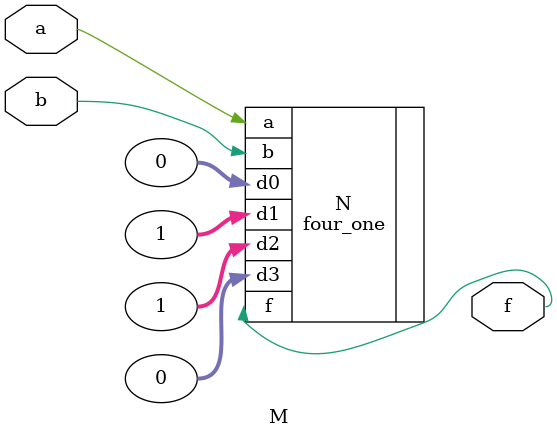
<source format=v>
`timescale 1ns / 1ps
module M(a, b, f
    );
	 input a, b;
	 output f;
	 four_one N(.a(a), .b(b), .f(f), .d0(0), .d1(1), .d2(1), .d3(0));
endmodule

</source>
